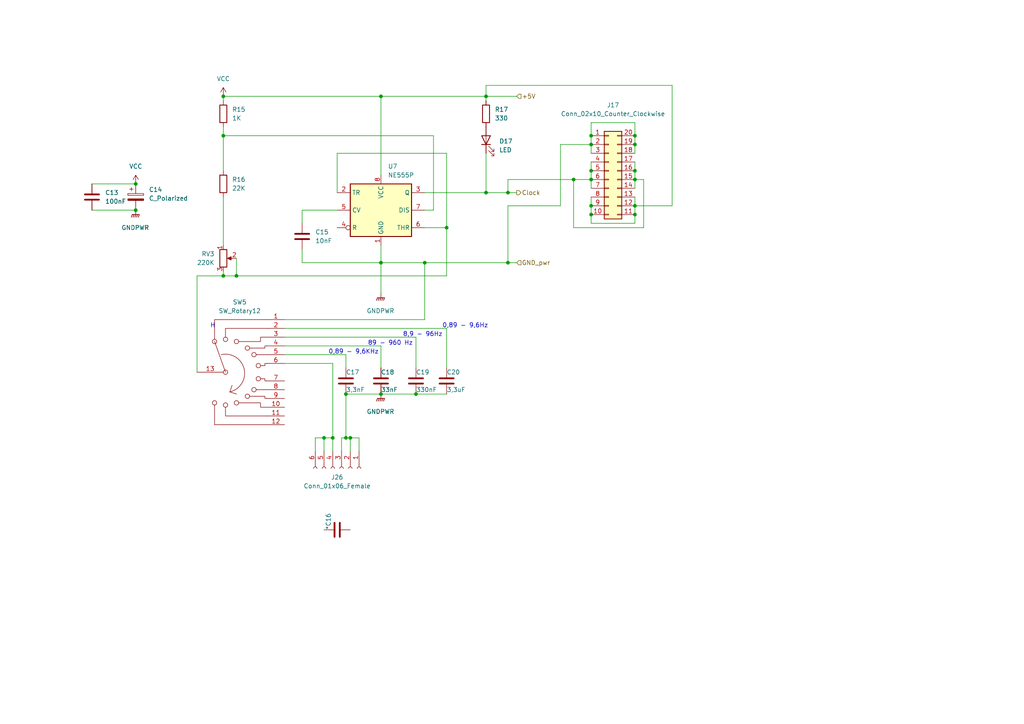
<source format=kicad_sch>
(kicad_sch (version 20211123) (generator eeschema)

  (uuid 99b80ea7-4cd3-4e5e-a574-9ef54c8774d5)

  (paper "A4")

  (lib_symbols
    (symbol "Connector:Conn_01x06_Female" (pin_names (offset 1.016) hide) (in_bom yes) (on_board yes)
      (property "Reference" "J" (id 0) (at 0 7.62 0)
        (effects (font (size 1.27 1.27)))
      )
      (property "Value" "Conn_01x06_Female" (id 1) (at 0 -10.16 0)
        (effects (font (size 1.27 1.27)))
      )
      (property "Footprint" "" (id 2) (at 0 0 0)
        (effects (font (size 1.27 1.27)) hide)
      )
      (property "Datasheet" "~" (id 3) (at 0 0 0)
        (effects (font (size 1.27 1.27)) hide)
      )
      (property "ki_keywords" "connector" (id 4) (at 0 0 0)
        (effects (font (size 1.27 1.27)) hide)
      )
      (property "ki_description" "Generic connector, single row, 01x06, script generated (kicad-library-utils/schlib/autogen/connector/)" (id 5) (at 0 0 0)
        (effects (font (size 1.27 1.27)) hide)
      )
      (property "ki_fp_filters" "Connector*:*_1x??_*" (id 6) (at 0 0 0)
        (effects (font (size 1.27 1.27)) hide)
      )
      (symbol "Conn_01x06_Female_1_1"
        (arc (start 0 -7.112) (mid -0.508 -7.62) (end 0 -8.128)
          (stroke (width 0.1524) (type default) (color 0 0 0 0))
          (fill (type none))
        )
        (arc (start 0 -4.572) (mid -0.508 -5.08) (end 0 -5.588)
          (stroke (width 0.1524) (type default) (color 0 0 0 0))
          (fill (type none))
        )
        (arc (start 0 -2.032) (mid -0.508 -2.54) (end 0 -3.048)
          (stroke (width 0.1524) (type default) (color 0 0 0 0))
          (fill (type none))
        )
        (polyline
          (pts
            (xy -1.27 -7.62)
            (xy -0.508 -7.62)
          )
          (stroke (width 0.1524) (type default) (color 0 0 0 0))
          (fill (type none))
        )
        (polyline
          (pts
            (xy -1.27 -5.08)
            (xy -0.508 -5.08)
          )
          (stroke (width 0.1524) (type default) (color 0 0 0 0))
          (fill (type none))
        )
        (polyline
          (pts
            (xy -1.27 -2.54)
            (xy -0.508 -2.54)
          )
          (stroke (width 0.1524) (type default) (color 0 0 0 0))
          (fill (type none))
        )
        (polyline
          (pts
            (xy -1.27 0)
            (xy -0.508 0)
          )
          (stroke (width 0.1524) (type default) (color 0 0 0 0))
          (fill (type none))
        )
        (polyline
          (pts
            (xy -1.27 2.54)
            (xy -0.508 2.54)
          )
          (stroke (width 0.1524) (type default) (color 0 0 0 0))
          (fill (type none))
        )
        (polyline
          (pts
            (xy -1.27 5.08)
            (xy -0.508 5.08)
          )
          (stroke (width 0.1524) (type default) (color 0 0 0 0))
          (fill (type none))
        )
        (arc (start 0 0.508) (mid -0.508 0) (end 0 -0.508)
          (stroke (width 0.1524) (type default) (color 0 0 0 0))
          (fill (type none))
        )
        (arc (start 0 3.048) (mid -0.508 2.54) (end 0 2.032)
          (stroke (width 0.1524) (type default) (color 0 0 0 0))
          (fill (type none))
        )
        (arc (start 0 5.588) (mid -0.508 5.08) (end 0 4.572)
          (stroke (width 0.1524) (type default) (color 0 0 0 0))
          (fill (type none))
        )
        (pin passive line (at -5.08 5.08 0) (length 3.81)
          (name "Pin_1" (effects (font (size 1.27 1.27))))
          (number "1" (effects (font (size 1.27 1.27))))
        )
        (pin passive line (at -5.08 2.54 0) (length 3.81)
          (name "Pin_2" (effects (font (size 1.27 1.27))))
          (number "2" (effects (font (size 1.27 1.27))))
        )
        (pin passive line (at -5.08 0 0) (length 3.81)
          (name "Pin_3" (effects (font (size 1.27 1.27))))
          (number "3" (effects (font (size 1.27 1.27))))
        )
        (pin passive line (at -5.08 -2.54 0) (length 3.81)
          (name "Pin_4" (effects (font (size 1.27 1.27))))
          (number "4" (effects (font (size 1.27 1.27))))
        )
        (pin passive line (at -5.08 -5.08 0) (length 3.81)
          (name "Pin_5" (effects (font (size 1.27 1.27))))
          (number "5" (effects (font (size 1.27 1.27))))
        )
        (pin passive line (at -5.08 -7.62 0) (length 3.81)
          (name "Pin_6" (effects (font (size 1.27 1.27))))
          (number "6" (effects (font (size 1.27 1.27))))
        )
      )
    )
    (symbol "Connector_Generic:Conn_02x10_Counter_Clockwise" (pin_names (offset 1.016) hide) (in_bom yes) (on_board yes)
      (property "Reference" "J" (id 0) (at 1.27 12.7 0)
        (effects (font (size 1.27 1.27)))
      )
      (property "Value" "Conn_02x10_Counter_Clockwise" (id 1) (at 1.27 -15.24 0)
        (effects (font (size 1.27 1.27)))
      )
      (property "Footprint" "" (id 2) (at 0 0 0)
        (effects (font (size 1.27 1.27)) hide)
      )
      (property "Datasheet" "~" (id 3) (at 0 0 0)
        (effects (font (size 1.27 1.27)) hide)
      )
      (property "ki_keywords" "connector" (id 4) (at 0 0 0)
        (effects (font (size 1.27 1.27)) hide)
      )
      (property "ki_description" "Generic connector, double row, 02x10, counter clockwise pin numbering scheme (similar to DIP package numbering), script generated (kicad-library-utils/schlib/autogen/connector/)" (id 5) (at 0 0 0)
        (effects (font (size 1.27 1.27)) hide)
      )
      (property "ki_fp_filters" "Connector*:*_2x??_*" (id 6) (at 0 0 0)
        (effects (font (size 1.27 1.27)) hide)
      )
      (symbol "Conn_02x10_Counter_Clockwise_1_1"
        (rectangle (start -1.27 -12.573) (end 0 -12.827)
          (stroke (width 0.1524) (type default) (color 0 0 0 0))
          (fill (type none))
        )
        (rectangle (start -1.27 -10.033) (end 0 -10.287)
          (stroke (width 0.1524) (type default) (color 0 0 0 0))
          (fill (type none))
        )
        (rectangle (start -1.27 -7.493) (end 0 -7.747)
          (stroke (width 0.1524) (type default) (color 0 0 0 0))
          (fill (type none))
        )
        (rectangle (start -1.27 -4.953) (end 0 -5.207)
          (stroke (width 0.1524) (type default) (color 0 0 0 0))
          (fill (type none))
        )
        (rectangle (start -1.27 -2.413) (end 0 -2.667)
          (stroke (width 0.1524) (type default) (color 0 0 0 0))
          (fill (type none))
        )
        (rectangle (start -1.27 0.127) (end 0 -0.127)
          (stroke (width 0.1524) (type default) (color 0 0 0 0))
          (fill (type none))
        )
        (rectangle (start -1.27 2.667) (end 0 2.413)
          (stroke (width 0.1524) (type default) (color 0 0 0 0))
          (fill (type none))
        )
        (rectangle (start -1.27 5.207) (end 0 4.953)
          (stroke (width 0.1524) (type default) (color 0 0 0 0))
          (fill (type none))
        )
        (rectangle (start -1.27 7.747) (end 0 7.493)
          (stroke (width 0.1524) (type default) (color 0 0 0 0))
          (fill (type none))
        )
        (rectangle (start -1.27 10.287) (end 0 10.033)
          (stroke (width 0.1524) (type default) (color 0 0 0 0))
          (fill (type none))
        )
        (rectangle (start -1.27 11.43) (end 3.81 -13.97)
          (stroke (width 0.254) (type default) (color 0 0 0 0))
          (fill (type background))
        )
        (rectangle (start 3.81 -12.573) (end 2.54 -12.827)
          (stroke (width 0.1524) (type default) (color 0 0 0 0))
          (fill (type none))
        )
        (rectangle (start 3.81 -10.033) (end 2.54 -10.287)
          (stroke (width 0.1524) (type default) (color 0 0 0 0))
          (fill (type none))
        )
        (rectangle (start 3.81 -7.493) (end 2.54 -7.747)
          (stroke (width 0.1524) (type default) (color 0 0 0 0))
          (fill (type none))
        )
        (rectangle (start 3.81 -4.953) (end 2.54 -5.207)
          (stroke (width 0.1524) (type default) (color 0 0 0 0))
          (fill (type none))
        )
        (rectangle (start 3.81 -2.413) (end 2.54 -2.667)
          (stroke (width 0.1524) (type default) (color 0 0 0 0))
          (fill (type none))
        )
        (rectangle (start 3.81 0.127) (end 2.54 -0.127)
          (stroke (width 0.1524) (type default) (color 0 0 0 0))
          (fill (type none))
        )
        (rectangle (start 3.81 2.667) (end 2.54 2.413)
          (stroke (width 0.1524) (type default) (color 0 0 0 0))
          (fill (type none))
        )
        (rectangle (start 3.81 5.207) (end 2.54 4.953)
          (stroke (width 0.1524) (type default) (color 0 0 0 0))
          (fill (type none))
        )
        (rectangle (start 3.81 7.747) (end 2.54 7.493)
          (stroke (width 0.1524) (type default) (color 0 0 0 0))
          (fill (type none))
        )
        (rectangle (start 3.81 10.287) (end 2.54 10.033)
          (stroke (width 0.1524) (type default) (color 0 0 0 0))
          (fill (type none))
        )
        (pin passive line (at -5.08 10.16 0) (length 3.81)
          (name "Pin_1" (effects (font (size 1.27 1.27))))
          (number "1" (effects (font (size 1.27 1.27))))
        )
        (pin passive line (at -5.08 -12.7 0) (length 3.81)
          (name "Pin_10" (effects (font (size 1.27 1.27))))
          (number "10" (effects (font (size 1.27 1.27))))
        )
        (pin passive line (at 7.62 -12.7 180) (length 3.81)
          (name "Pin_11" (effects (font (size 1.27 1.27))))
          (number "11" (effects (font (size 1.27 1.27))))
        )
        (pin passive line (at 7.62 -10.16 180) (length 3.81)
          (name "Pin_12" (effects (font (size 1.27 1.27))))
          (number "12" (effects (font (size 1.27 1.27))))
        )
        (pin passive line (at 7.62 -7.62 180) (length 3.81)
          (name "Pin_13" (effects (font (size 1.27 1.27))))
          (number "13" (effects (font (size 1.27 1.27))))
        )
        (pin passive line (at 7.62 -5.08 180) (length 3.81)
          (name "Pin_14" (effects (font (size 1.27 1.27))))
          (number "14" (effects (font (size 1.27 1.27))))
        )
        (pin passive line (at 7.62 -2.54 180) (length 3.81)
          (name "Pin_15" (effects (font (size 1.27 1.27))))
          (number "15" (effects (font (size 1.27 1.27))))
        )
        (pin passive line (at 7.62 0 180) (length 3.81)
          (name "Pin_16" (effects (font (size 1.27 1.27))))
          (number "16" (effects (font (size 1.27 1.27))))
        )
        (pin passive line (at 7.62 2.54 180) (length 3.81)
          (name "Pin_17" (effects (font (size 1.27 1.27))))
          (number "17" (effects (font (size 1.27 1.27))))
        )
        (pin passive line (at 7.62 5.08 180) (length 3.81)
          (name "Pin_18" (effects (font (size 1.27 1.27))))
          (number "18" (effects (font (size 1.27 1.27))))
        )
        (pin passive line (at 7.62 7.62 180) (length 3.81)
          (name "Pin_19" (effects (font (size 1.27 1.27))))
          (number "19" (effects (font (size 1.27 1.27))))
        )
        (pin passive line (at -5.08 7.62 0) (length 3.81)
          (name "Pin_2" (effects (font (size 1.27 1.27))))
          (number "2" (effects (font (size 1.27 1.27))))
        )
        (pin passive line (at 7.62 10.16 180) (length 3.81)
          (name "Pin_20" (effects (font (size 1.27 1.27))))
          (number "20" (effects (font (size 1.27 1.27))))
        )
        (pin passive line (at -5.08 5.08 0) (length 3.81)
          (name "Pin_3" (effects (font (size 1.27 1.27))))
          (number "3" (effects (font (size 1.27 1.27))))
        )
        (pin passive line (at -5.08 2.54 0) (length 3.81)
          (name "Pin_4" (effects (font (size 1.27 1.27))))
          (number "4" (effects (font (size 1.27 1.27))))
        )
        (pin passive line (at -5.08 0 0) (length 3.81)
          (name "Pin_5" (effects (font (size 1.27 1.27))))
          (number "5" (effects (font (size 1.27 1.27))))
        )
        (pin passive line (at -5.08 -2.54 0) (length 3.81)
          (name "Pin_6" (effects (font (size 1.27 1.27))))
          (number "6" (effects (font (size 1.27 1.27))))
        )
        (pin passive line (at -5.08 -5.08 0) (length 3.81)
          (name "Pin_7" (effects (font (size 1.27 1.27))))
          (number "7" (effects (font (size 1.27 1.27))))
        )
        (pin passive line (at -5.08 -7.62 0) (length 3.81)
          (name "Pin_8" (effects (font (size 1.27 1.27))))
          (number "8" (effects (font (size 1.27 1.27))))
        )
        (pin passive line (at -5.08 -10.16 0) (length 3.81)
          (name "Pin_9" (effects (font (size 1.27 1.27))))
          (number "9" (effects (font (size 1.27 1.27))))
        )
      )
    )
    (symbol "Device:C" (pin_numbers hide) (pin_names (offset 0.254)) (in_bom yes) (on_board yes)
      (property "Reference" "C" (id 0) (at 0.635 2.54 0)
        (effects (font (size 1.27 1.27)) (justify left))
      )
      (property "Value" "C" (id 1) (at 0.635 -2.54 0)
        (effects (font (size 1.27 1.27)) (justify left))
      )
      (property "Footprint" "" (id 2) (at 0.9652 -3.81 0)
        (effects (font (size 1.27 1.27)) hide)
      )
      (property "Datasheet" "~" (id 3) (at 0 0 0)
        (effects (font (size 1.27 1.27)) hide)
      )
      (property "ki_keywords" "cap capacitor" (id 4) (at 0 0 0)
        (effects (font (size 1.27 1.27)) hide)
      )
      (property "ki_description" "Unpolarized capacitor" (id 5) (at 0 0 0)
        (effects (font (size 1.27 1.27)) hide)
      )
      (property "ki_fp_filters" "C_*" (id 6) (at 0 0 0)
        (effects (font (size 1.27 1.27)) hide)
      )
      (symbol "C_0_1"
        (polyline
          (pts
            (xy -2.032 -0.762)
            (xy 2.032 -0.762)
          )
          (stroke (width 0.508) (type default) (color 0 0 0 0))
          (fill (type none))
        )
        (polyline
          (pts
            (xy -2.032 0.762)
            (xy 2.032 0.762)
          )
          (stroke (width 0.508) (type default) (color 0 0 0 0))
          (fill (type none))
        )
      )
      (symbol "C_1_1"
        (pin passive line (at 0 3.81 270) (length 2.794)
          (name "~" (effects (font (size 1.27 1.27))))
          (number "1" (effects (font (size 1.27 1.27))))
        )
        (pin passive line (at 0 -3.81 90) (length 2.794)
          (name "~" (effects (font (size 1.27 1.27))))
          (number "2" (effects (font (size 1.27 1.27))))
        )
      )
    )
    (symbol "Device:C_Polarized" (pin_numbers hide) (pin_names (offset 0.254)) (in_bom yes) (on_board yes)
      (property "Reference" "C" (id 0) (at 0.635 2.54 0)
        (effects (font (size 1.27 1.27)) (justify left))
      )
      (property "Value" "C_Polarized" (id 1) (at 0.635 -2.54 0)
        (effects (font (size 1.27 1.27)) (justify left))
      )
      (property "Footprint" "" (id 2) (at 0.9652 -3.81 0)
        (effects (font (size 1.27 1.27)) hide)
      )
      (property "Datasheet" "~" (id 3) (at 0 0 0)
        (effects (font (size 1.27 1.27)) hide)
      )
      (property "ki_keywords" "cap capacitor" (id 4) (at 0 0 0)
        (effects (font (size 1.27 1.27)) hide)
      )
      (property "ki_description" "Polarized capacitor" (id 5) (at 0 0 0)
        (effects (font (size 1.27 1.27)) hide)
      )
      (property "ki_fp_filters" "CP_*" (id 6) (at 0 0 0)
        (effects (font (size 1.27 1.27)) hide)
      )
      (symbol "C_Polarized_0_1"
        (rectangle (start -2.286 0.508) (end 2.286 1.016)
          (stroke (width 0) (type default) (color 0 0 0 0))
          (fill (type none))
        )
        (polyline
          (pts
            (xy -1.778 2.286)
            (xy -0.762 2.286)
          )
          (stroke (width 0) (type default) (color 0 0 0 0))
          (fill (type none))
        )
        (polyline
          (pts
            (xy -1.27 2.794)
            (xy -1.27 1.778)
          )
          (stroke (width 0) (type default) (color 0 0 0 0))
          (fill (type none))
        )
        (rectangle (start 2.286 -0.508) (end -2.286 -1.016)
          (stroke (width 0) (type default) (color 0 0 0 0))
          (fill (type outline))
        )
      )
      (symbol "C_Polarized_1_1"
        (pin passive line (at 0 3.81 270) (length 2.794)
          (name "~" (effects (font (size 1.27 1.27))))
          (number "1" (effects (font (size 1.27 1.27))))
        )
        (pin passive line (at 0 -3.81 90) (length 2.794)
          (name "~" (effects (font (size 1.27 1.27))))
          (number "2" (effects (font (size 1.27 1.27))))
        )
      )
    )
    (symbol "Device:LED" (pin_numbers hide) (pin_names (offset 1.016) hide) (in_bom yes) (on_board yes)
      (property "Reference" "D" (id 0) (at 0 2.54 0)
        (effects (font (size 1.27 1.27)))
      )
      (property "Value" "LED" (id 1) (at 0 -2.54 0)
        (effects (font (size 1.27 1.27)))
      )
      (property "Footprint" "" (id 2) (at 0 0 0)
        (effects (font (size 1.27 1.27)) hide)
      )
      (property "Datasheet" "~" (id 3) (at 0 0 0)
        (effects (font (size 1.27 1.27)) hide)
      )
      (property "ki_keywords" "LED diode" (id 4) (at 0 0 0)
        (effects (font (size 1.27 1.27)) hide)
      )
      (property "ki_description" "Light emitting diode" (id 5) (at 0 0 0)
        (effects (font (size 1.27 1.27)) hide)
      )
      (property "ki_fp_filters" "LED* LED_SMD:* LED_THT:*" (id 6) (at 0 0 0)
        (effects (font (size 1.27 1.27)) hide)
      )
      (symbol "LED_0_1"
        (polyline
          (pts
            (xy -1.27 -1.27)
            (xy -1.27 1.27)
          )
          (stroke (width 0.254) (type default) (color 0 0 0 0))
          (fill (type none))
        )
        (polyline
          (pts
            (xy -1.27 0)
            (xy 1.27 0)
          )
          (stroke (width 0) (type default) (color 0 0 0 0))
          (fill (type none))
        )
        (polyline
          (pts
            (xy 1.27 -1.27)
            (xy 1.27 1.27)
            (xy -1.27 0)
            (xy 1.27 -1.27)
          )
          (stroke (width 0.254) (type default) (color 0 0 0 0))
          (fill (type none))
        )
        (polyline
          (pts
            (xy -3.048 -0.762)
            (xy -4.572 -2.286)
            (xy -3.81 -2.286)
            (xy -4.572 -2.286)
            (xy -4.572 -1.524)
          )
          (stroke (width 0) (type default) (color 0 0 0 0))
          (fill (type none))
        )
        (polyline
          (pts
            (xy -1.778 -0.762)
            (xy -3.302 -2.286)
            (xy -2.54 -2.286)
            (xy -3.302 -2.286)
            (xy -3.302 -1.524)
          )
          (stroke (width 0) (type default) (color 0 0 0 0))
          (fill (type none))
        )
      )
      (symbol "LED_1_1"
        (pin passive line (at -3.81 0 0) (length 2.54)
          (name "K" (effects (font (size 1.27 1.27))))
          (number "1" (effects (font (size 1.27 1.27))))
        )
        (pin passive line (at 3.81 0 180) (length 2.54)
          (name "A" (effects (font (size 1.27 1.27))))
          (number "2" (effects (font (size 1.27 1.27))))
        )
      )
    )
    (symbol "Device:R" (pin_numbers hide) (pin_names (offset 0)) (in_bom yes) (on_board yes)
      (property "Reference" "R" (id 0) (at 2.032 0 90)
        (effects (font (size 1.27 1.27)))
      )
      (property "Value" "R" (id 1) (at 0 0 90)
        (effects (font (size 1.27 1.27)))
      )
      (property "Footprint" "" (id 2) (at -1.778 0 90)
        (effects (font (size 1.27 1.27)) hide)
      )
      (property "Datasheet" "~" (id 3) (at 0 0 0)
        (effects (font (size 1.27 1.27)) hide)
      )
      (property "ki_keywords" "R res resistor" (id 4) (at 0 0 0)
        (effects (font (size 1.27 1.27)) hide)
      )
      (property "ki_description" "Resistor" (id 5) (at 0 0 0)
        (effects (font (size 1.27 1.27)) hide)
      )
      (property "ki_fp_filters" "R_*" (id 6) (at 0 0 0)
        (effects (font (size 1.27 1.27)) hide)
      )
      (symbol "R_0_1"
        (rectangle (start -1.016 -2.54) (end 1.016 2.54)
          (stroke (width 0.254) (type default) (color 0 0 0 0))
          (fill (type none))
        )
      )
      (symbol "R_1_1"
        (pin passive line (at 0 3.81 270) (length 1.27)
          (name "~" (effects (font (size 1.27 1.27))))
          (number "1" (effects (font (size 1.27 1.27))))
        )
        (pin passive line (at 0 -3.81 90) (length 1.27)
          (name "~" (effects (font (size 1.27 1.27))))
          (number "2" (effects (font (size 1.27 1.27))))
        )
      )
    )
    (symbol "Device:R_Potentiometer" (pin_names (offset 1.016) hide) (in_bom yes) (on_board yes)
      (property "Reference" "RV" (id 0) (at -4.445 0 90)
        (effects (font (size 1.27 1.27)))
      )
      (property "Value" "R_Potentiometer" (id 1) (at -2.54 0 90)
        (effects (font (size 1.27 1.27)))
      )
      (property "Footprint" "" (id 2) (at 0 0 0)
        (effects (font (size 1.27 1.27)) hide)
      )
      (property "Datasheet" "~" (id 3) (at 0 0 0)
        (effects (font (size 1.27 1.27)) hide)
      )
      (property "ki_keywords" "resistor variable" (id 4) (at 0 0 0)
        (effects (font (size 1.27 1.27)) hide)
      )
      (property "ki_description" "Potentiometer" (id 5) (at 0 0 0)
        (effects (font (size 1.27 1.27)) hide)
      )
      (property "ki_fp_filters" "Potentiometer*" (id 6) (at 0 0 0)
        (effects (font (size 1.27 1.27)) hide)
      )
      (symbol "R_Potentiometer_0_1"
        (polyline
          (pts
            (xy 2.54 0)
            (xy 1.524 0)
          )
          (stroke (width 0) (type default) (color 0 0 0 0))
          (fill (type none))
        )
        (polyline
          (pts
            (xy 1.143 0)
            (xy 2.286 0.508)
            (xy 2.286 -0.508)
            (xy 1.143 0)
          )
          (stroke (width 0) (type default) (color 0 0 0 0))
          (fill (type outline))
        )
        (rectangle (start 1.016 2.54) (end -1.016 -2.54)
          (stroke (width 0.254) (type default) (color 0 0 0 0))
          (fill (type none))
        )
      )
      (symbol "R_Potentiometer_1_1"
        (pin passive line (at 0 3.81 270) (length 1.27)
          (name "1" (effects (font (size 1.27 1.27))))
          (number "1" (effects (font (size 1.27 1.27))))
        )
        (pin passive line (at 3.81 0 180) (length 1.27)
          (name "2" (effects (font (size 1.27 1.27))))
          (number "2" (effects (font (size 1.27 1.27))))
        )
        (pin passive line (at 0 -3.81 90) (length 1.27)
          (name "3" (effects (font (size 1.27 1.27))))
          (number "3" (effects (font (size 1.27 1.27))))
        )
      )
    )
    (symbol "Switch:SW_Rotary12" (pin_names (offset 1.016) hide) (in_bom yes) (on_board yes)
      (property "Reference" "SW" (id 0) (at 0 17.78 0)
        (effects (font (size 1.27 1.27)))
      )
      (property "Value" "SW_Rotary12" (id 1) (at 0 -17.78 0)
        (effects (font (size 1.27 1.27)))
      )
      (property "Footprint" "" (id 2) (at -5.08 17.78 0)
        (effects (font (size 1.27 1.27)) hide)
      )
      (property "Datasheet" "http://cdn-reichelt.de/documents/datenblatt/C200/DS-Serie%23LOR.pdf" (id 3) (at -5.08 17.78 0)
        (effects (font (size 1.27 1.27)) hide)
      )
      (property "ki_keywords" "rotary switch" (id 4) (at 0 0 0)
        (effects (font (size 1.27 1.27)) hide)
      )
      (property "ki_description" "rotary switch with 12 positions" (id 5) (at 0 0 0)
        (effects (font (size 1.27 1.27)) hide)
      )
      (symbol "SW_Rotary12_0_0"
        (circle (center -10.16 -8.89) (radius 0.635)
          (stroke (width 0) (type default) (color 0 0 0 0))
          (fill (type none))
        )
        (circle (center -10.16 8.89) (radius 0.635)
          (stroke (width 0) (type default) (color 0 0 0 0))
          (fill (type none))
        )
        (circle (center -6.985 -9.525) (radius 0.635)
          (stroke (width 0) (type default) (color 0 0 0 0))
          (fill (type none))
        )
        (circle (center -6.985 0) (radius 0.635)
          (stroke (width 0) (type default) (color 0 0 0 0))
          (fill (type none))
        )
        (circle (center -6.985 9.525) (radius 0.635)
          (stroke (width 0) (type default) (color 0 0 0 0))
          (fill (type none))
        )
        (arc (start -5.715 -5.715) (mid -1.5995 0.937) (end -8.255 5.08)
          (stroke (width 0) (type default) (color 0 0 0 0))
          (fill (type none))
        )
        (circle (center -3.81 -8.89) (radius 0.635)
          (stroke (width 0) (type default) (color 0 0 0 0))
          (fill (type none))
        )
        (circle (center -3.81 8.89) (radius 0.635)
          (stroke (width 0) (type default) (color 0 0 0 0))
          (fill (type none))
        )
        (circle (center -0.635 -6.985) (radius 0.635)
          (stroke (width 0) (type default) (color 0 0 0 0))
          (fill (type none))
        )
        (circle (center -0.635 6.985) (radius 0.635)
          (stroke (width 0) (type default) (color 0 0 0 0))
          (fill (type none))
        )
        (polyline
          (pts
            (xy -6.985 0)
            (xy -10.16 8.89)
          )
          (stroke (width 0) (type default) (color 0 0 0 0))
          (fill (type none))
        )
        (polyline
          (pts
            (xy -5.715 -5.715)
            (xy -5.08 -3.81)
          )
          (stroke (width 0) (type default) (color 0 0 0 0))
          (fill (type none))
        )
        (polyline
          (pts
            (xy -5.715 -5.715)
            (xy -3.81 -6.35)
          )
          (stroke (width 0) (type default) (color 0 0 0 0))
          (fill (type none))
        )
        (polyline
          (pts
            (xy 1.905 -5.08)
            (xy 5.08 -5.08)
          )
          (stroke (width 0) (type default) (color 0 0 0 0))
          (fill (type none))
        )
        (polyline
          (pts
            (xy 1.905 5.08)
            (xy 5.08 5.08)
          )
          (stroke (width 0) (type default) (color 0 0 0 0))
          (fill (type none))
        )
        (polyline
          (pts
            (xy -10.16 -9.525)
            (xy -10.16 -15.24)
            (xy 5.08 -15.24)
          )
          (stroke (width 0) (type default) (color 0 0 0 0))
          (fill (type none))
        )
        (polyline
          (pts
            (xy -10.16 9.525)
            (xy -10.16 15.24)
            (xy 5.08 15.24)
          )
          (stroke (width 0) (type default) (color 0 0 0 0))
          (fill (type none))
        )
        (polyline
          (pts
            (xy -6.985 -10.16)
            (xy -6.985 -12.7)
            (xy 5.08 -12.7)
          )
          (stroke (width 0) (type default) (color 0 0 0 0))
          (fill (type none))
        )
        (polyline
          (pts
            (xy -6.985 10.16)
            (xy -6.985 12.7)
            (xy 5.08 12.7)
          )
          (stroke (width 0) (type default) (color 0 0 0 0))
          (fill (type none))
        )
        (polyline
          (pts
            (xy -3.175 -8.89)
            (xy 3.175 -8.89)
            (xy 3.175 -10.16)
            (xy 5.08 -10.16)
          )
          (stroke (width 0) (type default) (color 0 0 0 0))
          (fill (type none))
        )
        (polyline
          (pts
            (xy -3.175 8.89)
            (xy 3.175 8.89)
            (xy 3.175 10.16)
            (xy 5.08 10.16)
          )
          (stroke (width 0) (type default) (color 0 0 0 0))
          (fill (type none))
        )
        (polyline
          (pts
            (xy 0 -6.985)
            (xy 4.445 -6.985)
            (xy 4.445 -7.62)
            (xy 5.08 -7.62)
          )
          (stroke (width 0) (type default) (color 0 0 0 0))
          (fill (type none))
        )
        (polyline
          (pts
            (xy 0 6.985)
            (xy 4.445 6.985)
            (xy 4.445 7.62)
            (xy 5.08 7.62)
          )
          (stroke (width 0) (type default) (color 0 0 0 0))
          (fill (type none))
        )
        (polyline
          (pts
            (xy 3.175 -1.905)
            (xy 4.445 -1.905)
            (xy 4.445 -2.54)
            (xy 5.08 -2.54)
          )
          (stroke (width 0) (type default) (color 0 0 0 0))
          (fill (type none))
        )
        (polyline
          (pts
            (xy 3.175 1.905)
            (xy 4.445 1.905)
            (xy 4.445 2.54)
            (xy 5.08 2.54)
          )
          (stroke (width 0) (type default) (color 0 0 0 0))
          (fill (type none))
        )
        (circle (center 1.27 -5.08) (radius 0.635)
          (stroke (width 0) (type default) (color 0 0 0 0))
          (fill (type none))
        )
        (circle (center 1.27 5.08) (radius 0.635)
          (stroke (width 0) (type default) (color 0 0 0 0))
          (fill (type none))
        )
        (circle (center 2.54 -1.905) (radius 0.635)
          (stroke (width 0) (type default) (color 0 0 0 0))
          (fill (type none))
        )
        (circle (center 2.54 1.905) (radius 0.635)
          (stroke (width 0) (type default) (color 0 0 0 0))
          (fill (type none))
        )
      )
      (symbol "SW_Rotary12_0_1"
        (pin passive line (at 10.16 15.24 180) (length 5.08)
          (name "1" (effects (font (size 1.27 1.27))))
          (number "1" (effects (font (size 1.27 1.27))))
        )
        (pin passive line (at 10.16 -10.16 180) (length 5.08)
          (name "10" (effects (font (size 1.27 1.27))))
          (number "10" (effects (font (size 1.27 1.27))))
        )
        (pin passive line (at 10.16 -12.7 180) (length 5.08)
          (name "11" (effects (font (size 1.27 1.27))))
          (number "11" (effects (font (size 1.27 1.27))))
        )
        (pin passive line (at 10.16 -15.24 180) (length 5.08)
          (name "12" (effects (font (size 1.27 1.27))))
          (number "12" (effects (font (size 1.27 1.27))))
        )
        (pin passive line (at -15.24 0 0) (length 7.62)
          (name "13" (effects (font (size 1.27 1.27))))
          (number "13" (effects (font (size 1.27 1.27))))
        )
        (pin passive line (at 10.16 12.7 180) (length 5.08)
          (name "2" (effects (font (size 1.27 1.27))))
          (number "2" (effects (font (size 1.27 1.27))))
        )
        (pin passive line (at 10.16 10.16 180) (length 5.08)
          (name "3" (effects (font (size 1.27 1.27))))
          (number "3" (effects (font (size 1.27 1.27))))
        )
        (pin passive line (at 10.16 7.62 180) (length 5.08)
          (name "4" (effects (font (size 1.27 1.27))))
          (number "4" (effects (font (size 1.27 1.27))))
        )
        (pin passive line (at 10.16 5.08 180) (length 5.08)
          (name "5" (effects (font (size 1.27 1.27))))
          (number "5" (effects (font (size 1.27 1.27))))
        )
        (pin passive line (at 10.16 2.54 180) (length 5.08)
          (name "6" (effects (font (size 1.27 1.27))))
          (number "6" (effects (font (size 1.27 1.27))))
        )
        (pin passive line (at 10.16 -2.54 180) (length 5.08)
          (name "7" (effects (font (size 1.27 1.27))))
          (number "7" (effects (font (size 1.27 1.27))))
        )
        (pin passive line (at 10.16 -5.08 180) (length 5.08)
          (name "8" (effects (font (size 1.27 1.27))))
          (number "8" (effects (font (size 1.27 1.27))))
        )
        (pin passive line (at 10.16 -7.62 180) (length 5.08)
          (name "9" (effects (font (size 1.27 1.27))))
          (number "9" (effects (font (size 1.27 1.27))))
        )
      )
    )
    (symbol "Timer:NE555P" (in_bom yes) (on_board yes)
      (property "Reference" "U" (id 0) (at -10.16 8.89 0)
        (effects (font (size 1.27 1.27)) (justify left))
      )
      (property "Value" "NE555P" (id 1) (at 2.54 8.89 0)
        (effects (font (size 1.27 1.27)) (justify left))
      )
      (property "Footprint" "Package_DIP:DIP-8_W7.62mm" (id 2) (at 16.51 -10.16 0)
        (effects (font (size 1.27 1.27)) hide)
      )
      (property "Datasheet" "http://www.ti.com/lit/ds/symlink/ne555.pdf" (id 3) (at 21.59 -10.16 0)
        (effects (font (size 1.27 1.27)) hide)
      )
      (property "ki_keywords" "single timer 555" (id 4) (at 0 0 0)
        (effects (font (size 1.27 1.27)) hide)
      )
      (property "ki_description" "Precision Timers, 555 compatible,  PDIP-8" (id 5) (at 0 0 0)
        (effects (font (size 1.27 1.27)) hide)
      )
      (property "ki_fp_filters" "DIP*W7.62mm*" (id 6) (at 0 0 0)
        (effects (font (size 1.27 1.27)) hide)
      )
      (symbol "NE555P_0_0"
        (pin power_in line (at 0 -10.16 90) (length 2.54)
          (name "GND" (effects (font (size 1.27 1.27))))
          (number "1" (effects (font (size 1.27 1.27))))
        )
        (pin power_in line (at 0 10.16 270) (length 2.54)
          (name "VCC" (effects (font (size 1.27 1.27))))
          (number "8" (effects (font (size 1.27 1.27))))
        )
      )
      (symbol "NE555P_0_1"
        (rectangle (start -8.89 -7.62) (end 8.89 7.62)
          (stroke (width 0.254) (type default) (color 0 0 0 0))
          (fill (type background))
        )
        (rectangle (start -8.89 -7.62) (end 8.89 7.62)
          (stroke (width 0.254) (type default) (color 0 0 0 0))
          (fill (type background))
        )
      )
      (symbol "NE555P_1_1"
        (pin input line (at -12.7 5.08 0) (length 3.81)
          (name "TR" (effects (font (size 1.27 1.27))))
          (number "2" (effects (font (size 1.27 1.27))))
        )
        (pin output line (at 12.7 5.08 180) (length 3.81)
          (name "Q" (effects (font (size 1.27 1.27))))
          (number "3" (effects (font (size 1.27 1.27))))
        )
        (pin input inverted (at -12.7 -5.08 0) (length 3.81)
          (name "R" (effects (font (size 1.27 1.27))))
          (number "4" (effects (font (size 1.27 1.27))))
        )
        (pin input line (at -12.7 0 0) (length 3.81)
          (name "CV" (effects (font (size 1.27 1.27))))
          (number "5" (effects (font (size 1.27 1.27))))
        )
        (pin input line (at 12.7 -5.08 180) (length 3.81)
          (name "THR" (effects (font (size 1.27 1.27))))
          (number "6" (effects (font (size 1.27 1.27))))
        )
        (pin input line (at 12.7 0 180) (length 3.81)
          (name "DIS" (effects (font (size 1.27 1.27))))
          (number "7" (effects (font (size 1.27 1.27))))
        )
      )
    )
    (symbol "power:GNDPWR" (power) (pin_names (offset 0)) (in_bom yes) (on_board yes)
      (property "Reference" "#PWR" (id 0) (at 0 -5.08 0)
        (effects (font (size 1.27 1.27)) hide)
      )
      (property "Value" "GNDPWR" (id 1) (at 0 -3.302 0)
        (effects (font (size 1.27 1.27)))
      )
      (property "Footprint" "" (id 2) (at 0 -1.27 0)
        (effects (font (size 1.27 1.27)) hide)
      )
      (property "Datasheet" "" (id 3) (at 0 -1.27 0)
        (effects (font (size 1.27 1.27)) hide)
      )
      (property "ki_keywords" "global ground" (id 4) (at 0 0 0)
        (effects (font (size 1.27 1.27)) hide)
      )
      (property "ki_description" "Power symbol creates a global label with name \"GNDPWR\" , global ground" (id 5) (at 0 0 0)
        (effects (font (size 1.27 1.27)) hide)
      )
      (symbol "GNDPWR_0_1"
        (polyline
          (pts
            (xy 0 -1.27)
            (xy 0 0)
          )
          (stroke (width 0) (type default) (color 0 0 0 0))
          (fill (type none))
        )
        (polyline
          (pts
            (xy -1.016 -1.27)
            (xy -1.27 -2.032)
            (xy -1.27 -2.032)
          )
          (stroke (width 0.2032) (type default) (color 0 0 0 0))
          (fill (type none))
        )
        (polyline
          (pts
            (xy -0.508 -1.27)
            (xy -0.762 -2.032)
            (xy -0.762 -2.032)
          )
          (stroke (width 0.2032) (type default) (color 0 0 0 0))
          (fill (type none))
        )
        (polyline
          (pts
            (xy 0 -1.27)
            (xy -0.254 -2.032)
            (xy -0.254 -2.032)
          )
          (stroke (width 0.2032) (type default) (color 0 0 0 0))
          (fill (type none))
        )
        (polyline
          (pts
            (xy 0.508 -1.27)
            (xy 0.254 -2.032)
            (xy 0.254 -2.032)
          )
          (stroke (width 0.2032) (type default) (color 0 0 0 0))
          (fill (type none))
        )
        (polyline
          (pts
            (xy 1.016 -1.27)
            (xy -1.016 -1.27)
            (xy -1.016 -1.27)
          )
          (stroke (width 0.2032) (type default) (color 0 0 0 0))
          (fill (type none))
        )
        (polyline
          (pts
            (xy 1.016 -1.27)
            (xy 0.762 -2.032)
            (xy 0.762 -2.032)
            (xy 0.762 -2.032)
          )
          (stroke (width 0.2032) (type default) (color 0 0 0 0))
          (fill (type none))
        )
      )
      (symbol "GNDPWR_1_1"
        (pin power_in line (at 0 0 270) (length 0) hide
          (name "GNDPWR" (effects (font (size 1.27 1.27))))
          (number "1" (effects (font (size 1.27 1.27))))
        )
      )
    )
    (symbol "power:VCC" (power) (pin_names (offset 0)) (in_bom yes) (on_board yes)
      (property "Reference" "#PWR" (id 0) (at 0 -3.81 0)
        (effects (font (size 1.27 1.27)) hide)
      )
      (property "Value" "VCC" (id 1) (at 0 3.81 0)
        (effects (font (size 1.27 1.27)))
      )
      (property "Footprint" "" (id 2) (at 0 0 0)
        (effects (font (size 1.27 1.27)) hide)
      )
      (property "Datasheet" "" (id 3) (at 0 0 0)
        (effects (font (size 1.27 1.27)) hide)
      )
      (property "ki_keywords" "global power" (id 4) (at 0 0 0)
        (effects (font (size 1.27 1.27)) hide)
      )
      (property "ki_description" "Power symbol creates a global label with name \"VCC\"" (id 5) (at 0 0 0)
        (effects (font (size 1.27 1.27)) hide)
      )
      (symbol "VCC_0_1"
        (polyline
          (pts
            (xy -0.762 1.27)
            (xy 0 2.54)
          )
          (stroke (width 0) (type default) (color 0 0 0 0))
          (fill (type none))
        )
        (polyline
          (pts
            (xy 0 0)
            (xy 0 2.54)
          )
          (stroke (width 0) (type default) (color 0 0 0 0))
          (fill (type none))
        )
        (polyline
          (pts
            (xy 0 2.54)
            (xy 0.762 1.27)
          )
          (stroke (width 0) (type default) (color 0 0 0 0))
          (fill (type none))
        )
      )
      (symbol "VCC_1_1"
        (pin power_in line (at 0 0 90) (length 0) hide
          (name "VCC" (effects (font (size 1.27 1.27))))
          (number "1" (effects (font (size 1.27 1.27))))
        )
      )
    )
  )

  (junction (at 184.15 59.69) (diameter 0) (color 0 0 0 0)
    (uuid 05bb0702-f0db-4eda-a4a3-15dd7de327ce)
  )
  (junction (at 68.58 80.01) (diameter 0) (color 0 0 0 0)
    (uuid 06ba4ae6-e7e3-44f1-9517-b11ae555b4c7)
  )
  (junction (at 184.15 41.91) (diameter 0) (color 0 0 0 0)
    (uuid 0ae4ddbb-29bc-4c99-b02c-2dae59b61c50)
  )
  (junction (at 129.54 66.04) (diameter 0) (color 0 0 0 0)
    (uuid 0c706f35-125d-42af-a7c2-9813a09a9026)
  )
  (junction (at 110.49 76.2) (diameter 0) (color 0 0 0 0)
    (uuid 0e6c69b0-2147-4dbe-b0a8-8450e442276f)
  )
  (junction (at 110.49 114.3) (diameter 0) (color 0 0 0 0)
    (uuid 10eaade0-0968-4316-9db3-6055c6672bd2)
  )
  (junction (at 140.97 27.94) (diameter 0) (color 0 0 0 0)
    (uuid 28bc4839-ae36-4f41-8a5d-a97cf6aa4893)
  )
  (junction (at 110.49 27.94) (diameter 0) (color 0 0 0 0)
    (uuid 2942f6bc-f3df-4133-8f00-00561309dcc1)
  )
  (junction (at 171.45 62.23) (diameter 0) (color 0 0 0 0)
    (uuid 2f17b66d-5435-4f53-a4d9-754f997c5b74)
  )
  (junction (at 39.37 53.34) (diameter 0) (color 0 0 0 0)
    (uuid 31172cca-3273-43d4-b80c-db7387a295c3)
  )
  (junction (at 184.15 39.37) (diameter 0) (color 0 0 0 0)
    (uuid 35666125-d0d2-4e52-9287-0b732f9f8d5a)
  )
  (junction (at 96.52 127) (diameter 0) (color 0 0 0 0)
    (uuid 3d760c70-28aa-4cb6-8dca-9c81a39b802b)
  )
  (junction (at 171.45 52.07) (diameter 0) (color 0 0 0 0)
    (uuid 44b476e1-9d15-41b6-be3a-94bf036e1ab4)
  )
  (junction (at 64.77 39.37) (diameter 0) (color 0 0 0 0)
    (uuid 5638c01e-e43c-40a5-956c-9117029567da)
  )
  (junction (at 147.32 55.88) (diameter 0) (color 0 0 0 0)
    (uuid 6042139b-cf88-469b-b84c-6472f63edd65)
  )
  (junction (at 120.65 114.3) (diameter 0) (color 0 0 0 0)
    (uuid 62088d06-b122-4078-9798-af0325a845ee)
  )
  (junction (at 184.15 49.53) (diameter 0) (color 0 0 0 0)
    (uuid 740afc69-eb1e-4863-818a-05ee28ccb996)
  )
  (junction (at 100.33 114.3) (diameter 0) (color 0 0 0 0)
    (uuid 742edecd-b9fd-4ab0-b3b5-11fddf70e998)
  )
  (junction (at 100.33 127) (diameter 0) (color 0 0 0 0)
    (uuid 7472dcad-00bf-4d88-b266-7a32b62213f8)
  )
  (junction (at 64.77 80.01) (diameter 0) (color 0 0 0 0)
    (uuid 7cbbaa2b-c6bf-4e9a-ac69-96519df08fd5)
  )
  (junction (at 140.97 55.88) (diameter 0) (color 0 0 0 0)
    (uuid 85b7ef70-56af-4552-aa89-5e1388d894a4)
  )
  (junction (at 184.15 52.07) (diameter 0) (color 0 0 0 0)
    (uuid ac46d484-7a43-453b-8771-8058e3a64e9d)
  )
  (junction (at 123.19 76.2) (diameter 0) (color 0 0 0 0)
    (uuid accf660f-927f-427a-b091-2ca4691b0f77)
  )
  (junction (at 39.37 60.96) (diameter 0) (color 0 0 0 0)
    (uuid adc0f707-ae36-4830-9ff2-32836f7cf760)
  )
  (junction (at 64.77 27.94) (diameter 0) (color 0 0 0 0)
    (uuid bcd5dba2-f77e-4227-964a-7c165235b99c)
  )
  (junction (at 171.45 39.37) (diameter 0) (color 0 0 0 0)
    (uuid c01cf120-e5e2-47a3-937e-5be956437a78)
  )
  (junction (at 171.45 59.69) (diameter 0) (color 0 0 0 0)
    (uuid c1719ce3-bc5a-40d5-bc86-4800968e65e4)
  )
  (junction (at 147.32 76.2) (diameter 0) (color 0 0 0 0)
    (uuid c5046bc4-fb76-44f9-8939-55b6a9d8a787)
  )
  (junction (at 171.45 41.91) (diameter 0) (color 0 0 0 0)
    (uuid cd046ac7-2bb5-4b06-a36d-4298f2c502fa)
  )
  (junction (at 171.45 49.53) (diameter 0) (color 0 0 0 0)
    (uuid e201694e-e547-420c-a6e3-68f5c75bd7d3)
  )
  (junction (at 93.98 127) (diameter 0) (color 0 0 0 0)
    (uuid e56cbec6-50db-48b7-aee2-bca5c00c9a19)
  )
  (junction (at 166.37 52.07) (diameter 0) (color 0 0 0 0)
    (uuid f9991227-c2a2-4db4-bec4-ebec4e6eee34)
  )
  (junction (at 184.15 62.23) (diameter 0) (color 0 0 0 0)
    (uuid fc13f4dd-43c3-4cec-b843-561fbb243841)
  )
  (junction (at 101.6 127) (diameter 0) (color 0 0 0 0)
    (uuid ff649282-7011-4103-b325-100f66815f2b)
  )

  (wire (pts (xy 171.45 46.99) (xy 171.45 49.53))
    (stroke (width 0) (type default) (color 0 0 0 0))
    (uuid 013a940b-5af7-49b0-9b00-1dc5d74c43c0)
  )
  (wire (pts (xy 184.15 49.53) (xy 184.15 52.07))
    (stroke (width 0) (type default) (color 0 0 0 0))
    (uuid 051aae99-0237-433b-9f3a-c9e94ee99dbb)
  )
  (wire (pts (xy 110.49 76.2) (xy 110.49 85.09))
    (stroke (width 0) (type default) (color 0 0 0 0))
    (uuid 075a262f-817a-4407-a59a-32e96c07e820)
  )
  (wire (pts (xy 162.56 59.69) (xy 162.56 41.91))
    (stroke (width 0) (type default) (color 0 0 0 0))
    (uuid 09840cb3-7114-4f04-8993-5341c028ee0d)
  )
  (wire (pts (xy 82.55 100.33) (xy 110.49 100.33))
    (stroke (width 0) (type default) (color 0 0 0 0))
    (uuid 0a1c2d65-253b-4c6f-934e-1fac9e70d150)
  )
  (wire (pts (xy 184.15 39.37) (xy 184.15 41.91))
    (stroke (width 0) (type default) (color 0 0 0 0))
    (uuid 0b29a6d4-4b2d-44fd-aa50-346c0101b977)
  )
  (wire (pts (xy 140.97 55.88) (xy 147.32 55.88))
    (stroke (width 0) (type default) (color 0 0 0 0))
    (uuid 0b902886-9ed0-4435-8d74-ac6a5434ac3a)
  )
  (wire (pts (xy 147.32 52.07) (xy 147.32 55.88))
    (stroke (width 0) (type default) (color 0 0 0 0))
    (uuid 0c4880dc-ba31-408d-acec-7687fcb7b196)
  )
  (wire (pts (xy 171.45 39.37) (xy 171.45 41.91))
    (stroke (width 0) (type default) (color 0 0 0 0))
    (uuid 10fc3dc6-97d8-43ba-a79a-5dc9bdcee7fd)
  )
  (wire (pts (xy 171.45 52.07) (xy 171.45 54.61))
    (stroke (width 0) (type default) (color 0 0 0 0))
    (uuid 1a29bc64-b23f-43a3-9ea0-91f2aeca4782)
  )
  (wire (pts (xy 171.45 49.53) (xy 171.45 52.07))
    (stroke (width 0) (type default) (color 0 0 0 0))
    (uuid 1ae4f1f6-93bc-4995-8db7-3e7c9b78d0bb)
  )
  (wire (pts (xy 64.77 36.83) (xy 64.77 39.37))
    (stroke (width 0) (type default) (color 0 0 0 0))
    (uuid 1b54610f-17a9-4b21-a0c4-704bc1459248)
  )
  (wire (pts (xy 64.77 80.01) (xy 64.77 78.74))
    (stroke (width 0) (type default) (color 0 0 0 0))
    (uuid 213c9737-211a-422c-bc1f-4001822fc5c7)
  )
  (wire (pts (xy 93.98 127) (xy 96.52 127))
    (stroke (width 0) (type default) (color 0 0 0 0))
    (uuid 219a0446-f316-4e69-b9f7-56b2c47d8040)
  )
  (wire (pts (xy 123.19 76.2) (xy 147.32 76.2))
    (stroke (width 0) (type default) (color 0 0 0 0))
    (uuid 23900649-22dd-48df-b9e6-a650bdbe50ae)
  )
  (wire (pts (xy 82.55 97.79) (xy 120.65 97.79))
    (stroke (width 0) (type default) (color 0 0 0 0))
    (uuid 23f2d4b7-af47-47d2-8567-ce7598fc0c8b)
  )
  (wire (pts (xy 64.77 57.15) (xy 64.77 71.12))
    (stroke (width 0) (type default) (color 0 0 0 0))
    (uuid 2ca9ffd3-897c-4a3b-9268-aa34ec7572ab)
  )
  (wire (pts (xy 186.69 52.07) (xy 186.69 66.04))
    (stroke (width 0) (type default) (color 0 0 0 0))
    (uuid 2ce3b517-9d8c-4c7b-8d8c-f27aa6f1e2f1)
  )
  (wire (pts (xy 100.33 127) (xy 101.6 127))
    (stroke (width 0) (type default) (color 0 0 0 0))
    (uuid 2d2e37da-b780-4d3e-9675-6e2d1e05850e)
  )
  (wire (pts (xy 171.45 52.07) (xy 166.37 52.07))
    (stroke (width 0) (type default) (color 0 0 0 0))
    (uuid 2d7163b0-a969-4291-95ea-6b67ad53cb0b)
  )
  (wire (pts (xy 110.49 27.94) (xy 140.97 27.94))
    (stroke (width 0) (type default) (color 0 0 0 0))
    (uuid 2f53ffe5-6a14-4d54-bdaf-abb1a7e4fc9e)
  )
  (wire (pts (xy 120.65 114.3) (xy 129.54 114.3))
    (stroke (width 0) (type default) (color 0 0 0 0))
    (uuid 2ff7f529-daf0-4a58-8d21-caaed395ae09)
  )
  (wire (pts (xy 26.67 60.96) (xy 39.37 60.96))
    (stroke (width 0) (type default) (color 0 0 0 0))
    (uuid 3057ae18-c563-43a0-b489-973ed77018c5)
  )
  (wire (pts (xy 87.63 60.96) (xy 87.63 64.77))
    (stroke (width 0) (type default) (color 0 0 0 0))
    (uuid 37575bf3-9fef-42fb-aae9-b3987451e521)
  )
  (wire (pts (xy 140.97 27.94) (xy 149.86 27.94))
    (stroke (width 0) (type default) (color 0 0 0 0))
    (uuid 37ac7a8b-06dc-4177-a22e-fd6b76b86919)
  )
  (wire (pts (xy 68.58 80.01) (xy 129.54 80.01))
    (stroke (width 0) (type default) (color 0 0 0 0))
    (uuid 39e67e35-f312-47ae-aa4c-8cbbdc9bd228)
  )
  (wire (pts (xy 147.32 59.69) (xy 147.32 76.2))
    (stroke (width 0) (type default) (color 0 0 0 0))
    (uuid 3a6544fe-dbdb-447a-b59c-cbb4df22e15b)
  )
  (wire (pts (xy 82.55 92.71) (xy 123.19 92.71))
    (stroke (width 0) (type default) (color 0 0 0 0))
    (uuid 3b130da4-f53e-4f00-99f2-7177ae1cb336)
  )
  (wire (pts (xy 140.97 44.45) (xy 140.97 55.88))
    (stroke (width 0) (type default) (color 0 0 0 0))
    (uuid 3e06f928-2ed0-420e-bdd2-0b54f903a449)
  )
  (wire (pts (xy 147.32 55.88) (xy 149.86 55.88))
    (stroke (width 0) (type default) (color 0 0 0 0))
    (uuid 3e60b6a4-66e4-4d84-9fcf-fcd3b20135c2)
  )
  (wire (pts (xy 147.32 59.69) (xy 162.56 59.69))
    (stroke (width 0) (type default) (color 0 0 0 0))
    (uuid 4ae1c6ed-10ff-4e86-8d60-2b6caba7ee3b)
  )
  (wire (pts (xy 82.55 105.41) (xy 96.52 105.41))
    (stroke (width 0) (type default) (color 0 0 0 0))
    (uuid 4ca11215-f84f-4171-ac71-06a270b046d2)
  )
  (wire (pts (xy 184.15 46.99) (xy 184.15 49.53))
    (stroke (width 0) (type default) (color 0 0 0 0))
    (uuid 4dd9792b-2a54-4f3d-bab0-261d2dbd53a2)
  )
  (wire (pts (xy 184.15 52.07) (xy 186.69 52.07))
    (stroke (width 0) (type default) (color 0 0 0 0))
    (uuid 563731a3-12ac-4df6-a1c6-06bd70562d40)
  )
  (wire (pts (xy 171.45 59.69) (xy 171.45 62.23))
    (stroke (width 0) (type default) (color 0 0 0 0))
    (uuid 58849544-2163-4915-912a-5330cbe5f21c)
  )
  (wire (pts (xy 100.33 102.87) (xy 100.33 106.68))
    (stroke (width 0) (type default) (color 0 0 0 0))
    (uuid 5ef7de58-aea5-4997-be6c-6cb390f96922)
  )
  (wire (pts (xy 26.67 53.34) (xy 39.37 53.34))
    (stroke (width 0) (type default) (color 0 0 0 0))
    (uuid 657ce4d1-521d-46da-9a86-dc6e86f27351)
  )
  (wire (pts (xy 110.49 100.33) (xy 110.49 106.68))
    (stroke (width 0) (type default) (color 0 0 0 0))
    (uuid 6687ae57-66a2-430a-8be6-5b0efa22a7b3)
  )
  (wire (pts (xy 123.19 66.04) (xy 129.54 66.04))
    (stroke (width 0) (type default) (color 0 0 0 0))
    (uuid 66f71b01-c7d6-4c89-be80-e3783de44895)
  )
  (wire (pts (xy 171.45 64.77) (xy 171.45 62.23))
    (stroke (width 0) (type default) (color 0 0 0 0))
    (uuid 6731796e-197c-4b45-a714-788d9092280d)
  )
  (wire (pts (xy 140.97 55.88) (xy 123.19 55.88))
    (stroke (width 0) (type default) (color 0 0 0 0))
    (uuid 69f7bec1-72ad-4304-b1a0-67c38798bce9)
  )
  (wire (pts (xy 68.58 74.93) (xy 68.58 80.01))
    (stroke (width 0) (type default) (color 0 0 0 0))
    (uuid 6c7a745d-f188-4883-8cd4-88b4ff1f4b02)
  )
  (wire (pts (xy 166.37 52.07) (xy 147.32 52.07))
    (stroke (width 0) (type default) (color 0 0 0 0))
    (uuid 71d5e114-c521-4bd9-bd05-21747e512f0d)
  )
  (wire (pts (xy 171.45 35.56) (xy 171.45 39.37))
    (stroke (width 0) (type default) (color 0 0 0 0))
    (uuid 736f0893-de10-45b0-8923-5426f66768d9)
  )
  (wire (pts (xy 82.55 95.25) (xy 129.54 95.25))
    (stroke (width 0) (type default) (color 0 0 0 0))
    (uuid 79c06b3e-26e6-418c-ad3d-6a1438b9931f)
  )
  (wire (pts (xy 129.54 44.45) (xy 97.79 44.45))
    (stroke (width 0) (type default) (color 0 0 0 0))
    (uuid 79fcd94b-4e30-4bf3-be1f-c7935ef06d8b)
  )
  (wire (pts (xy 101.6 127) (xy 104.14 127))
    (stroke (width 0) (type default) (color 0 0 0 0))
    (uuid 7dbc8b69-72cb-4bdb-bb8c-1db3a0b57f80)
  )
  (wire (pts (xy 140.97 24.765) (xy 194.945 24.765))
    (stroke (width 0) (type default) (color 0 0 0 0))
    (uuid 7df521f9-2fa9-4b73-b919-e0a06fd49a08)
  )
  (wire (pts (xy 147.32 76.2) (xy 149.86 76.2))
    (stroke (width 0) (type default) (color 0 0 0 0))
    (uuid 812a52e7-6714-49f3-abd0-187923869e8b)
  )
  (wire (pts (xy 68.58 80.01) (xy 64.77 80.01))
    (stroke (width 0) (type default) (color 0 0 0 0))
    (uuid 82665135-03aa-4dee-be67-33f8fd570af9)
  )
  (wire (pts (xy 123.19 60.96) (xy 125.73 60.96))
    (stroke (width 0) (type default) (color 0 0 0 0))
    (uuid 84eda3f0-129a-4cef-a325-178dec7eef9a)
  )
  (wire (pts (xy 125.73 60.96) (xy 125.73 39.37))
    (stroke (width 0) (type default) (color 0 0 0 0))
    (uuid 88150cf0-d342-43a6-a1f9-472d84649d1b)
  )
  (wire (pts (xy 184.15 57.15) (xy 184.15 59.69))
    (stroke (width 0) (type default) (color 0 0 0 0))
    (uuid 8b33d59c-ee34-43ff-a91a-4a96e481ce61)
  )
  (wire (pts (xy 104.14 127) (xy 104.14 130.81))
    (stroke (width 0) (type default) (color 0 0 0 0))
    (uuid 8f8c050f-1107-4d67-9fd9-2f97d40b8ec7)
  )
  (wire (pts (xy 123.19 92.71) (xy 123.19 76.2))
    (stroke (width 0) (type default) (color 0 0 0 0))
    (uuid 933cf371-b550-4a2a-b8a9-9932008fb5fd)
  )
  (wire (pts (xy 186.69 66.04) (xy 166.37 66.04))
    (stroke (width 0) (type default) (color 0 0 0 0))
    (uuid 93f781ce-0547-4e0c-adc9-dccd7381e97e)
  )
  (wire (pts (xy 129.54 80.01) (xy 129.54 66.04))
    (stroke (width 0) (type default) (color 0 0 0 0))
    (uuid 94d22df8-ebfb-477a-bf50-5a51949b2365)
  )
  (wire (pts (xy 87.63 72.39) (xy 87.63 76.2))
    (stroke (width 0) (type default) (color 0 0 0 0))
    (uuid 97cb3cd5-2c95-4d2e-9ea2-2a94bc07be4a)
  )
  (wire (pts (xy 162.56 41.91) (xy 171.45 41.91))
    (stroke (width 0) (type default) (color 0 0 0 0))
    (uuid 9839a6da-596a-4b8e-a856-4fe74542fd73)
  )
  (wire (pts (xy 101.6 127) (xy 101.6 130.81))
    (stroke (width 0) (type default) (color 0 0 0 0))
    (uuid 987141a9-8155-473c-84a4-84984ee9058a)
  )
  (wire (pts (xy 57.15 80.01) (xy 64.77 80.01))
    (stroke (width 0) (type default) (color 0 0 0 0))
    (uuid 99d29db6-cc06-42c4-aba6-877c8eee4654)
  )
  (wire (pts (xy 91.44 130.81) (xy 91.44 127))
    (stroke (width 0) (type default) (color 0 0 0 0))
    (uuid 9ae0e56c-411c-4017-a304-a32973d1019c)
  )
  (wire (pts (xy 129.54 95.25) (xy 129.54 106.68))
    (stroke (width 0) (type default) (color 0 0 0 0))
    (uuid 9e68fc13-aab6-477f-a965-4306e28b7406)
  )
  (wire (pts (xy 194.945 59.69) (xy 184.15 59.69))
    (stroke (width 0) (type default) (color 0 0 0 0))
    (uuid a1199815-4e65-4707-889c-5cfa29f15db5)
  )
  (wire (pts (xy 184.15 62.23) (xy 184.15 64.77))
    (stroke (width 0) (type default) (color 0 0 0 0))
    (uuid a58127b8-ad7f-40ac-918f-d5341a62e159)
  )
  (wire (pts (xy 120.65 97.79) (xy 120.65 106.68))
    (stroke (width 0) (type default) (color 0 0 0 0))
    (uuid a6348768-03b2-40df-a9c2-1feb55e95e55)
  )
  (wire (pts (xy 99.06 127) (xy 100.33 127))
    (stroke (width 0) (type default) (color 0 0 0 0))
    (uuid a7086a1d-8faf-440a-a5fe-778fdd5b3e2a)
  )
  (wire (pts (xy 96.52 127) (xy 96.52 105.41))
    (stroke (width 0) (type default) (color 0 0 0 0))
    (uuid a727fc0a-a133-453d-b82e-b995904be991)
  )
  (wire (pts (xy 87.63 76.2) (xy 110.49 76.2))
    (stroke (width 0) (type default) (color 0 0 0 0))
    (uuid a8f2e41a-3964-425a-a250-1c1c228bf0c1)
  )
  (wire (pts (xy 93.98 127) (xy 93.98 130.81))
    (stroke (width 0) (type default) (color 0 0 0 0))
    (uuid b037a83b-44ed-4d33-a507-b172216b952a)
  )
  (wire (pts (xy 97.79 44.45) (xy 97.79 55.88))
    (stroke (width 0) (type default) (color 0 0 0 0))
    (uuid b6dcdc5d-5b23-4d8e-a2b0-814052d72c62)
  )
  (wire (pts (xy 82.55 102.87) (xy 100.33 102.87))
    (stroke (width 0) (type default) (color 0 0 0 0))
    (uuid bc9ac576-e6c5-4644-bdf4-63d97bc21faa)
  )
  (wire (pts (xy 171.45 41.91) (xy 171.45 44.45))
    (stroke (width 0) (type default) (color 0 0 0 0))
    (uuid bdd66747-5460-493f-a062-0e40ea43926e)
  )
  (wire (pts (xy 184.15 64.77) (xy 171.45 64.77))
    (stroke (width 0) (type default) (color 0 0 0 0))
    (uuid be8cb29d-615b-41df-8334-9e2606842e82)
  )
  (wire (pts (xy 100.33 114.3) (xy 100.33 127))
    (stroke (width 0) (type default) (color 0 0 0 0))
    (uuid c68972a3-cab1-490f-a9b9-38a10ee2aa84)
  )
  (wire (pts (xy 64.77 39.37) (xy 125.73 39.37))
    (stroke (width 0) (type default) (color 0 0 0 0))
    (uuid c7570451-2677-47ca-9e2e-dbcb3c384f9c)
  )
  (wire (pts (xy 123.19 76.2) (xy 110.49 76.2))
    (stroke (width 0) (type default) (color 0 0 0 0))
    (uuid c9614cdc-4295-4ef0-a380-6d110061d6b1)
  )
  (wire (pts (xy 184.15 52.07) (xy 184.15 54.61))
    (stroke (width 0) (type default) (color 0 0 0 0))
    (uuid ca5448f0-a114-4153-b09d-bd95de28781a)
  )
  (wire (pts (xy 97.79 60.96) (xy 87.63 60.96))
    (stroke (width 0) (type default) (color 0 0 0 0))
    (uuid cd4899dc-87ec-4eb5-9611-42a8991bc6bd)
  )
  (wire (pts (xy 184.15 35.56) (xy 171.45 35.56))
    (stroke (width 0) (type default) (color 0 0 0 0))
    (uuid d07094d3-8829-4321-94e3-57c1ebe37f68)
  )
  (wire (pts (xy 57.15 107.95) (xy 57.15 80.01))
    (stroke (width 0) (type default) (color 0 0 0 0))
    (uuid d25be0dc-a113-4eb4-9526-9a1e43915d14)
  )
  (wire (pts (xy 99.06 130.81) (xy 99.06 127))
    (stroke (width 0) (type default) (color 0 0 0 0))
    (uuid d3c41368-c77e-48ac-a759-be8aa0438951)
  )
  (wire (pts (xy 140.97 27.94) (xy 140.97 24.765))
    (stroke (width 0) (type default) (color 0 0 0 0))
    (uuid d5a09c27-1475-4d91-8039-7a48cefd4baa)
  )
  (wire (pts (xy 140.97 27.94) (xy 140.97 29.21))
    (stroke (width 0) (type default) (color 0 0 0 0))
    (uuid d701aaec-c496-4941-800c-e742de2b5cf5)
  )
  (wire (pts (xy 96.52 130.81) (xy 96.52 127))
    (stroke (width 0) (type default) (color 0 0 0 0))
    (uuid d7700e8b-5abb-4ce9-95d1-4e0f983120be)
  )
  (wire (pts (xy 110.49 27.94) (xy 64.77 27.94))
    (stroke (width 0) (type default) (color 0 0 0 0))
    (uuid d7eff366-42c0-46ba-9357-7f602b7f93bf)
  )
  (wire (pts (xy 110.49 76.2) (xy 110.49 71.12))
    (stroke (width 0) (type default) (color 0 0 0 0))
    (uuid daa12442-022f-4988-9259-dca36f9bbc7a)
  )
  (wire (pts (xy 64.77 39.37) (xy 64.77 49.53))
    (stroke (width 0) (type default) (color 0 0 0 0))
    (uuid dbdbb39b-f10d-40f5-b1b3-d6a2a173973e)
  )
  (wire (pts (xy 91.44 127) (xy 93.98 127))
    (stroke (width 0) (type default) (color 0 0 0 0))
    (uuid e08f789c-4f88-4c6f-8134-7112539ee488)
  )
  (wire (pts (xy 129.54 66.04) (xy 129.54 44.45))
    (stroke (width 0) (type default) (color 0 0 0 0))
    (uuid e3b5c277-a2ad-4ee5-bb7b-5845947d2011)
  )
  (wire (pts (xy 64.77 27.94) (xy 64.77 29.21))
    (stroke (width 0) (type default) (color 0 0 0 0))
    (uuid e87c0a8a-fa72-4258-9ebf-b227e81362ac)
  )
  (wire (pts (xy 184.15 59.69) (xy 184.15 62.23))
    (stroke (width 0) (type default) (color 0 0 0 0))
    (uuid ebd386a5-4de1-467c-b66d-f7da001c2bb1)
  )
  (wire (pts (xy 171.45 57.15) (xy 171.45 59.69))
    (stroke (width 0) (type default) (color 0 0 0 0))
    (uuid eca9c669-529a-4059-bbdf-6c63ee4db2fc)
  )
  (wire (pts (xy 110.49 114.3) (xy 120.65 114.3))
    (stroke (width 0) (type default) (color 0 0 0 0))
    (uuid ed4a5e44-27f0-456b-ad3d-8f537ba44090)
  )
  (wire (pts (xy 194.945 24.765) (xy 194.945 59.69))
    (stroke (width 0) (type default) (color 0 0 0 0))
    (uuid ed74ebd5-6587-43db-aa91-dfb7b5718cf2)
  )
  (wire (pts (xy 184.15 39.37) (xy 184.15 35.56))
    (stroke (width 0) (type default) (color 0 0 0 0))
    (uuid eea7677e-6d60-4c17-a567-684891ba3df5)
  )
  (wire (pts (xy 166.37 52.07) (xy 166.37 66.04))
    (stroke (width 0) (type default) (color 0 0 0 0))
    (uuid f1e36c51-3837-4949-ad58-e88b31540ebb)
  )
  (wire (pts (xy 100.33 114.3) (xy 110.49 114.3))
    (stroke (width 0) (type default) (color 0 0 0 0))
    (uuid f5a49c60-4175-4c99-b5e4-3a5a878cc39a)
  )
  (wire (pts (xy 110.49 50.8) (xy 110.49 27.94))
    (stroke (width 0) (type default) (color 0 0 0 0))
    (uuid f7e81c76-b2bc-4609-b3d4-628a8a606cc4)
  )
  (wire (pts (xy 184.15 41.91) (xy 184.15 44.45))
    (stroke (width 0) (type default) (color 0 0 0 0))
    (uuid ffa05850-8010-4995-8ce3-aeb2bc8b203f)
  )

  (text "0,89 - 9,6Hz" (at 128.27 95.25 0)
    (effects (font (size 1.27 1.27)) (justify left bottom))
    (uuid 2f2ddbfa-a864-42b9-addb-fd4553ecbd53)
  )
  (text "0,89 - 9,6KHz" (at 95.25 102.87 0)
    (effects (font (size 1.27 1.27)) (justify left bottom))
    (uuid a228b6fd-03a0-449d-bc47-20873eaa44ee)
  )
  (text "8,9 - 96Hz" (at 116.84 97.79 0)
    (effects (font (size 1.27 1.27)) (justify left bottom))
    (uuid bb775c8f-4b07-4d2e-8833-314e2479d278)
  )
  (text "H" (at 60.96 95.25 0)
    (effects (font (size 1.27 1.27)) (justify left bottom))
    (uuid bbb035a8-f1dd-40f3-a0b7-7432756bccd1)
  )
  (text "89 - 960 Hz" (at 106.68 100.33 0)
    (effects (font (size 1.27 1.27)) (justify left bottom))
    (uuid ee744953-1d1b-479c-88e1-b641cd933de0)
  )

  (hierarchical_label "GND_pwr" (shape input) (at 149.86 76.2 0)
    (effects (font (size 1.27 1.27)) (justify left))
    (uuid 1f0f76f9-9ddd-4902-a8eb-a4ab482f4d45)
  )
  (hierarchical_label "+5V" (shape input) (at 149.86 27.94 0)
    (effects (font (size 1.27 1.27)) (justify left))
    (uuid 24d931e0-ea1b-4f68-ae79-395cb9d2c560)
  )
  (hierarchical_label "Clock" (shape output) (at 149.86 55.88 0)
    (effects (font (size 1.27 1.27)) (justify left))
    (uuid b49f585f-834c-48a2-99b9-7112d3ec580a)
  )

  (symbol (lib_id "Device:R") (at 140.97 33.02 0) (unit 1)
    (in_bom yes) (on_board yes) (fields_autoplaced)
    (uuid 0cfe76e4-c6a4-41e6-b04c-b315512f6040)
    (property "Reference" "R17" (id 0) (at 143.51 31.7499 0)
      (effects (font (size 1.27 1.27)) (justify left))
    )
    (property "Value" "330" (id 1) (at 143.51 34.2899 0)
      (effects (font (size 1.27 1.27)) (justify left))
    )
    (property "Footprint" "" (id 2) (at 139.192 33.02 90)
      (effects (font (size 1.27 1.27)) hide)
    )
    (property "Datasheet" "~" (id 3) (at 140.97 33.02 0)
      (effects (font (size 1.27 1.27)) hide)
    )
    (pin "1" (uuid 1499bcff-425d-475d-86e3-903be94e7ea5))
    (pin "2" (uuid 72f2abf4-2e89-4ff2-99b1-8b688e4df811))
  )

  (symbol (lib_id "Connector:Conn_01x06_Female") (at 99.06 135.89 270) (unit 1)
    (in_bom yes) (on_board yes) (fields_autoplaced)
    (uuid 0f244bee-5da1-4d0b-9853-8facd5b0ed9c)
    (property "Reference" "J26" (id 0) (at 97.79 138.43 90))
    (property "Value" "Conn_01x06_Female" (id 1) (at 97.79 140.97 90))
    (property "Footprint" "" (id 2) (at 99.06 135.89 0)
      (effects (font (size 1.27 1.27)) hide)
    )
    (property "Datasheet" "~" (id 3) (at 99.06 135.89 0)
      (effects (font (size 1.27 1.27)) hide)
    )
    (pin "1" (uuid c2a01e89-80f4-4dcf-905b-b4bf6c4452d7))
    (pin "2" (uuid 4123fddc-3503-460c-a713-575862931d70))
    (pin "3" (uuid b9bb9656-ca99-4bdf-8eb7-8be9444872dd))
    (pin "4" (uuid 6ffc2c08-000e-4b15-9540-8578860bf87e))
    (pin "5" (uuid 7f2c8b98-e7af-4216-b2cd-181821e7ae05))
    (pin "6" (uuid 29d230e2-a80d-400e-a4a2-18c7b70526c3))
  )

  (symbol (lib_id "Device:R") (at 64.77 53.34 0) (unit 1)
    (in_bom yes) (on_board yes) (fields_autoplaced)
    (uuid 10c33352-805c-42b6-9b7b-618471c3d5d3)
    (property "Reference" "R16" (id 0) (at 67.31 52.0699 0)
      (effects (font (size 1.27 1.27)) (justify left))
    )
    (property "Value" "22K" (id 1) (at 67.31 54.6099 0)
      (effects (font (size 1.27 1.27)) (justify left))
    )
    (property "Footprint" "" (id 2) (at 62.992 53.34 90)
      (effects (font (size 1.27 1.27)) hide)
    )
    (property "Datasheet" "~" (id 3) (at 64.77 53.34 0)
      (effects (font (size 1.27 1.27)) hide)
    )
    (pin "1" (uuid 80873a72-a362-459e-b856-f9fdfbdbd7e8))
    (pin "2" (uuid 6bcdaf22-d3a1-46ef-858b-435a0b15c659))
  )

  (symbol (lib_id "Connector_Generic:Conn_02x10_Counter_Clockwise") (at 176.53 49.53 0) (unit 1)
    (in_bom yes) (on_board yes)
    (uuid 125c520f-829d-4060-aa61-162ec36a827a)
    (property "Reference" "J17" (id 0) (at 177.8 30.48 0))
    (property "Value" "Conn_02x10_Counter_Clockwise" (id 1) (at 177.8 33.02 0))
    (property "Footprint" "" (id 2) (at 176.53 49.53 0)
      (effects (font (size 1.27 1.27)) hide)
    )
    (property "Datasheet" "~" (id 3) (at 176.53 49.53 0)
      (effects (font (size 1.27 1.27)) hide)
    )
    (pin "1" (uuid 8863a3bd-1ac0-468e-9f8d-12f96d17640f))
    (pin "10" (uuid b8c00cc7-4313-45ee-a034-5253b05d19ba))
    (pin "11" (uuid 2f3f9ade-5abe-43f7-8b0d-b5f0e554d972))
    (pin "12" (uuid e9fe1fc0-e347-4090-8c6e-a5449e8b7f9d))
    (pin "13" (uuid e1c258e5-4294-457f-9a4b-7ce297a831ca))
    (pin "14" (uuid 5cf18350-841d-4d86-8055-50b8332ce092))
    (pin "15" (uuid 1dfb4369-3fb9-401b-b524-1760bb4656e7))
    (pin "16" (uuid 9ed15345-32f3-409b-8754-8c29679b3164))
    (pin "17" (uuid 0972e346-3a40-4ddd-a45c-cc3c41221910))
    (pin "18" (uuid 5c011423-5a10-4a6c-958b-9aa5cea78212))
    (pin "19" (uuid acf9f5aa-2c95-4115-b68f-083dba5df867))
    (pin "2" (uuid 9e2abc62-9253-404a-9730-f043abe65e81))
    (pin "20" (uuid e6b38bfa-0068-4095-8c9d-d2e1d983770d))
    (pin "3" (uuid 58f23c4f-5da1-4c63-bccf-aacac22305fe))
    (pin "4" (uuid e1f172a8-d859-4b84-a14a-664696207d37))
    (pin "5" (uuid 2161cbe6-c5bb-42d3-9741-911fdad9bc07))
    (pin "6" (uuid 4013673a-1b33-4db6-9236-b3a829d6dc2d))
    (pin "7" (uuid 91e7f67e-c0fe-4dc6-bfd6-d0f6075d6430))
    (pin "8" (uuid 023c5bed-9c48-4693-8bda-dbc0b9a8c2e2))
    (pin "9" (uuid 0a392176-71b6-4472-a718-1f38c4b176e2))
  )

  (symbol (lib_id "Device:C") (at 26.67 57.15 0) (unit 1)
    (in_bom yes) (on_board yes) (fields_autoplaced)
    (uuid 42e66396-2231-4ff9-b7ba-e74ad7c44ef5)
    (property "Reference" "C13" (id 0) (at 30.48 55.8799 0)
      (effects (font (size 1.27 1.27)) (justify left))
    )
    (property "Value" "100nF" (id 1) (at 30.48 58.4199 0)
      (effects (font (size 1.27 1.27)) (justify left))
    )
    (property "Footprint" "" (id 2) (at 27.6352 60.96 0)
      (effects (font (size 1.27 1.27)) hide)
    )
    (property "Datasheet" "~" (id 3) (at 26.67 57.15 0)
      (effects (font (size 1.27 1.27)) hide)
    )
    (pin "1" (uuid b28e3777-0a24-411f-bf45-d1b376667c07))
    (pin "2" (uuid 1daa073e-8327-4156-b3b3-aa850d500df3))
  )

  (symbol (lib_id "Device:C") (at 97.79 153.67 90) (unit 1)
    (in_bom no) (on_board no)
    (uuid 48986c64-6854-480d-9593-dd61075c74a0)
    (property "Reference" "*C16" (id 0) (at 95.25 153.67 0)
      (effects (font (size 1.27 1.27)) (justify left))
    )
    (property "Value" "" (id 1) (at 100.33 153.67 0)
      (effects (font (size 1.27 1.27)) (justify left))
    )
    (property "Footprint" "" (id 2) (at 101.6 152.7048 0)
      (effects (font (size 1.27 1.27)) hide)
    )
    (property "Datasheet" "~" (id 3) (at 97.79 153.67 0)
      (effects (font (size 1.27 1.27)) hide)
    )
    (pin "1" (uuid ff8982e6-e08a-4566-89a0-2bc515918d96))
    (pin "2" (uuid 475824ae-98d3-4571-a099-02956996382b))
  )

  (symbol (lib_id "Device:C_Polarized") (at 39.37 57.15 0) (unit 1)
    (in_bom yes) (on_board yes) (fields_autoplaced)
    (uuid 5c5d14d1-b0db-4760-a228-ee0599d58036)
    (property "Reference" "C14" (id 0) (at 43.18 54.9909 0)
      (effects (font (size 1.27 1.27)) (justify left))
    )
    (property "Value" "C_Polarized" (id 1) (at 43.18 57.5309 0)
      (effects (font (size 1.27 1.27)) (justify left))
    )
    (property "Footprint" "" (id 2) (at 40.3352 60.96 0)
      (effects (font (size 1.27 1.27)) hide)
    )
    (property "Datasheet" "~" (id 3) (at 39.37 57.15 0)
      (effects (font (size 1.27 1.27)) hide)
    )
    (pin "1" (uuid 8b4a9df9-29c3-4808-bd2c-b2c24021dbc9))
    (pin "2" (uuid f7b321df-7e97-4647-99b0-df09cdd22554))
  )

  (symbol (lib_id "power:VCC") (at 39.37 53.34 0) (unit 1)
    (in_bom yes) (on_board yes) (fields_autoplaced)
    (uuid 6d45a6c0-6117-42d4-a3ed-c114095e9983)
    (property "Reference" "#PWR026" (id 0) (at 39.37 57.15 0)
      (effects (font (size 1.27 1.27)) hide)
    )
    (property "Value" "VCC" (id 1) (at 39.37 48.26 0))
    (property "Footprint" "" (id 2) (at 39.37 53.34 0)
      (effects (font (size 1.27 1.27)) hide)
    )
    (property "Datasheet" "" (id 3) (at 39.37 53.34 0)
      (effects (font (size 1.27 1.27)) hide)
    )
    (pin "1" (uuid 8029accd-bd61-4b7a-9ce0-f07f1509a01c))
  )

  (symbol (lib_id "Timer:NE555P") (at 110.49 60.96 0) (unit 1)
    (in_bom yes) (on_board yes) (fields_autoplaced)
    (uuid 79bab297-091b-4d8d-a788-1f7081bad034)
    (property "Reference" "U7" (id 0) (at 112.5094 48.26 0)
      (effects (font (size 1.27 1.27)) (justify left))
    )
    (property "Value" "NE555P" (id 1) (at 112.5094 50.8 0)
      (effects (font (size 1.27 1.27)) (justify left))
    )
    (property "Footprint" "" (id 2) (at 127 71.12 0)
      (effects (font (size 1.27 1.27)) hide)
    )
    (property "Datasheet" "http://www.ti.com/lit/ds/symlink/ne555.pdf" (id 3) (at 132.08 71.12 0)
      (effects (font (size 1.27 1.27)) hide)
    )
    (pin "1" (uuid 96eb1dd5-e6e7-4cb6-a6e3-bc22a9baa7a5))
    (pin "8" (uuid 399f8dbd-bb20-46d1-ab2e-d4d6e9c700bb))
    (pin "2" (uuid 372358cd-6179-4e07-a2fb-78af12565461))
    (pin "3" (uuid 4f5df371-fb88-4600-82a4-1d1d9eeb0bfb))
    (pin "4" (uuid 62192f34-6499-49ed-83da-30e2cd0d6f9e))
    (pin "5" (uuid fbb699ad-d419-43c3-9a97-7db049a32ace))
    (pin "6" (uuid 78a4bc24-a969-4357-8f37-f295c3d83565))
    (pin "7" (uuid 728422b3-8d2f-4218-bd22-1253c55455b0))
  )

  (symbol (lib_id "Device:R") (at 64.77 33.02 0) (unit 1)
    (in_bom yes) (on_board yes) (fields_autoplaced)
    (uuid 7adcaabf-c531-47d5-938c-b799d4cc62f9)
    (property "Reference" "R15" (id 0) (at 67.31 31.7499 0)
      (effects (font (size 1.27 1.27)) (justify left))
    )
    (property "Value" "1K" (id 1) (at 67.31 34.2899 0)
      (effects (font (size 1.27 1.27)) (justify left))
    )
    (property "Footprint" "" (id 2) (at 62.992 33.02 90)
      (effects (font (size 1.27 1.27)) hide)
    )
    (property "Datasheet" "~" (id 3) (at 64.77 33.02 0)
      (effects (font (size 1.27 1.27)) hide)
    )
    (pin "1" (uuid 9c3ae9c5-61b6-49b1-95e9-f89e40c1c182))
    (pin "2" (uuid 27fd3ec6-a6c7-4232-99c9-038cb5844336))
  )

  (symbol (lib_id "power:GNDPWR") (at 39.37 60.96 0) (unit 1)
    (in_bom yes) (on_board yes) (fields_autoplaced)
    (uuid 8488dc34-ee25-46d1-b5b9-7e6c091787c2)
    (property "Reference" "#PWR027" (id 0) (at 39.37 66.04 0)
      (effects (font (size 1.27 1.27)) hide)
    )
    (property "Value" "GNDPWR" (id 1) (at 39.243 66.04 0))
    (property "Footprint" "" (id 2) (at 39.37 62.23 0)
      (effects (font (size 1.27 1.27)) hide)
    )
    (property "Datasheet" "" (id 3) (at 39.37 62.23 0)
      (effects (font (size 1.27 1.27)) hide)
    )
    (pin "1" (uuid e921c198-4afc-452d-8bdc-fc316e1f675c))
  )

  (symbol (lib_id "Device:C") (at 100.33 110.49 0) (unit 1)
    (in_bom yes) (on_board yes)
    (uuid 8925430b-c7f5-44b5-80b3-34e060c325a9)
    (property "Reference" "C17" (id 0) (at 100.33 107.95 0)
      (effects (font (size 1.27 1.27)) (justify left))
    )
    (property "Value" "3,3nF" (id 1) (at 100.33 113.03 0)
      (effects (font (size 1.27 1.27)) (justify left))
    )
    (property "Footprint" "Capacitor_THT:C_Axial_L5.1mm_D3.1mm_P7.50mm_Horizontal" (id 2) (at 101.2952 114.3 0)
      (effects (font (size 1.27 1.27)) hide)
    )
    (property "Datasheet" "~" (id 3) (at 100.33 110.49 0)
      (effects (font (size 1.27 1.27)) hide)
    )
    (pin "1" (uuid a4a53913-5adc-4f0b-8bf7-a5c05e484963))
    (pin "2" (uuid c42f7327-41ab-4530-8008-0ed236c24296))
  )

  (symbol (lib_id "power:VCC") (at 64.77 27.94 0) (unit 1)
    (in_bom yes) (on_board yes) (fields_autoplaced)
    (uuid 918ab31d-45f6-4393-87cb-84598ca5bad7)
    (property "Reference" "#PWR028" (id 0) (at 64.77 31.75 0)
      (effects (font (size 1.27 1.27)) hide)
    )
    (property "Value" "VCC" (id 1) (at 64.77 22.86 0))
    (property "Footprint" "" (id 2) (at 64.77 27.94 0)
      (effects (font (size 1.27 1.27)) hide)
    )
    (property "Datasheet" "" (id 3) (at 64.77 27.94 0)
      (effects (font (size 1.27 1.27)) hide)
    )
    (pin "1" (uuid f84fa0bc-5ef8-4358-b0ac-a8b87ecabbe3))
  )

  (symbol (lib_id "Device:R_Potentiometer") (at 64.77 74.93 0) (unit 1)
    (in_bom yes) (on_board yes) (fields_autoplaced)
    (uuid 92c2f91e-e6c4-4358-980f-2d33c1ecb36e)
    (property "Reference" "RV3" (id 0) (at 62.23 73.6599 0)
      (effects (font (size 1.27 1.27)) (justify right))
    )
    (property "Value" "220K" (id 1) (at 62.23 76.1999 0)
      (effects (font (size 1.27 1.27)) (justify right))
    )
    (property "Footprint" "" (id 2) (at 64.77 74.93 0)
      (effects (font (size 1.27 1.27)) hide)
    )
    (property "Datasheet" "~" (id 3) (at 64.77 74.93 0)
      (effects (font (size 1.27 1.27)) hide)
    )
    (pin "1" (uuid 729b93d1-0d8e-48ea-af6a-729c4ac98441))
    (pin "2" (uuid d0a1721b-2f0b-4b61-bac0-52bfe40983bc))
    (pin "3" (uuid 0ed1c83c-1049-445d-a506-3d39b728caf9))
  )

  (symbol (lib_id "Switch:SW_Rotary12") (at 72.39 107.95 0) (unit 1)
    (in_bom yes) (on_board yes) (fields_autoplaced)
    (uuid 93ee9043-dd34-4c3a-9812-e7a2d5817e9c)
    (property "Reference" "SW5" (id 0) (at 69.5325 87.63 0))
    (property "Value" "SW_Rotary12" (id 1) (at 69.5325 90.17 0))
    (property "Footprint" "" (id 2) (at 67.31 90.17 0)
      (effects (font (size 1.27 1.27)) hide)
    )
    (property "Datasheet" "http://cdn-reichelt.de/documents/datenblatt/C200/DS-Serie%23LOR.pdf" (id 3) (at 67.31 90.17 0)
      (effects (font (size 1.27 1.27)) hide)
    )
    (pin "1" (uuid 37a37466-0da6-4787-aa73-32bcb5090e34))
    (pin "10" (uuid 8a859c6f-f62a-4a72-8faf-d94a1bbc69f1))
    (pin "11" (uuid cc125344-9cb9-464f-bcad-8cbe484e5ba1))
    (pin "12" (uuid b253240e-67f6-4502-91c1-0d49a59e727f))
    (pin "13" (uuid 54c489c5-d598-43ff-be7e-ea60dd9dfe0b))
    (pin "2" (uuid 9dace390-07d2-430b-82b3-59ba685f4e29))
    (pin "3" (uuid 98a0f27b-8ed8-4584-8747-1b87785cf113))
    (pin "4" (uuid fe24cb7f-5c40-4170-9198-603a89d79da0))
    (pin "5" (uuid e7993261-5413-42b6-b231-f1bc56710a2f))
    (pin "6" (uuid e5bb9818-bea7-4184-b80d-ace7e336a8cf))
    (pin "7" (uuid 55a601bb-34d2-4ef4-a34f-e17e9dc7e962))
    (pin "8" (uuid c623847d-bc20-4380-8822-ba76db61050c))
    (pin "9" (uuid dda9383b-ad84-46b3-aed2-6398f635898a))
  )

  (symbol (lib_id "Device:C") (at 87.63 68.58 0) (unit 1)
    (in_bom yes) (on_board yes) (fields_autoplaced)
    (uuid b8e78b2c-6934-41f1-910d-a4ea6ebf6af9)
    (property "Reference" "C15" (id 0) (at 91.44 67.3099 0)
      (effects (font (size 1.27 1.27)) (justify left))
    )
    (property "Value" "10nF" (id 1) (at 91.44 69.8499 0)
      (effects (font (size 1.27 1.27)) (justify left))
    )
    (property "Footprint" "" (id 2) (at 88.5952 72.39 0)
      (effects (font (size 1.27 1.27)) hide)
    )
    (property "Datasheet" "~" (id 3) (at 87.63 68.58 0)
      (effects (font (size 1.27 1.27)) hide)
    )
    (pin "1" (uuid 14e08d24-6c1c-454f-89ef-acc3ce89d368))
    (pin "2" (uuid 7cca30e3-7115-4ed7-a329-37fcf72e660f))
  )

  (symbol (lib_id "Device:C") (at 129.54 110.49 0) (unit 1)
    (in_bom yes) (on_board yes)
    (uuid bbb8c5a4-0606-4f62-a2cc-cdd351555872)
    (property "Reference" "C20" (id 0) (at 129.54 107.95 0)
      (effects (font (size 1.27 1.27)) (justify left))
    )
    (property "Value" "3,3uF" (id 1) (at 129.54 113.03 0)
      (effects (font (size 1.27 1.27)) (justify left))
    )
    (property "Footprint" "Capacitor_THT:C_Axial_L5.1mm_D3.1mm_P7.50mm_Horizontal" (id 2) (at 130.5052 114.3 0)
      (effects (font (size 1.27 1.27)) hide)
    )
    (property "Datasheet" "~" (id 3) (at 129.54 110.49 0)
      (effects (font (size 1.27 1.27)) hide)
    )
    (pin "1" (uuid bede0c8f-74a9-4d28-baa0-e365498ecca6))
    (pin "2" (uuid fbb4e1b0-8c32-4e7d-b079-eb718d7b083b))
  )

  (symbol (lib_id "Device:C") (at 120.65 110.49 0) (unit 1)
    (in_bom yes) (on_board yes)
    (uuid bbd244b2-0896-48b2-b717-e82915cb946e)
    (property "Reference" "C19" (id 0) (at 120.65 107.95 0)
      (effects (font (size 1.27 1.27)) (justify left))
    )
    (property "Value" "330nF" (id 1) (at 120.65 113.03 0)
      (effects (font (size 1.27 1.27)) (justify left))
    )
    (property "Footprint" "Capacitor_THT:C_Axial_L5.1mm_D3.1mm_P7.50mm_Horizontal" (id 2) (at 121.6152 114.3 0)
      (effects (font (size 1.27 1.27)) hide)
    )
    (property "Datasheet" "~" (id 3) (at 120.65 110.49 0)
      (effects (font (size 1.27 1.27)) hide)
    )
    (pin "1" (uuid 22bdfe36-443e-4588-963a-e0cbc6597e80))
    (pin "2" (uuid 5eb5a81f-715d-43ce-bbd8-944073913fce))
  )

  (symbol (lib_id "power:GNDPWR") (at 110.49 114.3 0) (unit 1)
    (in_bom yes) (on_board yes) (fields_autoplaced)
    (uuid d3273098-79c8-4d9c-a73d-d52c2cb22d68)
    (property "Reference" "#PWR030" (id 0) (at 110.49 119.38 0)
      (effects (font (size 1.27 1.27)) hide)
    )
    (property "Value" "GNDPWR" (id 1) (at 110.363 119.38 0))
    (property "Footprint" "" (id 2) (at 110.49 115.57 0)
      (effects (font (size 1.27 1.27)) hide)
    )
    (property "Datasheet" "" (id 3) (at 110.49 115.57 0)
      (effects (font (size 1.27 1.27)) hide)
    )
    (pin "1" (uuid 7dd4472f-514d-4021-8af6-ee8e56c438f6))
  )

  (symbol (lib_id "Device:LED") (at 140.97 40.64 90) (unit 1)
    (in_bom yes) (on_board yes) (fields_autoplaced)
    (uuid ec5e7312-1592-43dc-ba54-609985e7c2bf)
    (property "Reference" "D17" (id 0) (at 144.78 40.9574 90)
      (effects (font (size 1.27 1.27)) (justify right))
    )
    (property "Value" "LED" (id 1) (at 144.78 43.4974 90)
      (effects (font (size 1.27 1.27)) (justify right))
    )
    (property "Footprint" "" (id 2) (at 140.97 40.64 0)
      (effects (font (size 1.27 1.27)) hide)
    )
    (property "Datasheet" "~" (id 3) (at 140.97 40.64 0)
      (effects (font (size 1.27 1.27)) hide)
    )
    (pin "1" (uuid 245d2432-0849-4104-b413-abd71edee404))
    (pin "2" (uuid 639df9f2-8d2a-4fca-913f-13ec6ad9b4a2))
  )

  (symbol (lib_id "Device:C") (at 110.49 110.49 0) (unit 1)
    (in_bom yes) (on_board yes)
    (uuid f5f011ab-20df-4495-8385-d916ee90470d)
    (property "Reference" "C18" (id 0) (at 110.49 107.95 0)
      (effects (font (size 1.27 1.27)) (justify left))
    )
    (property "Value" "33nF" (id 1) (at 110.49 113.03 0)
      (effects (font (size 1.27 1.27)) (justify left))
    )
    (property "Footprint" "Capacitor_THT:C_Axial_L5.1mm_D3.1mm_P7.50mm_Horizontal" (id 2) (at 111.4552 114.3 0)
      (effects (font (size 1.27 1.27)) hide)
    )
    (property "Datasheet" "~" (id 3) (at 110.49 110.49 0)
      (effects (font (size 1.27 1.27)) hide)
    )
    (pin "1" (uuid 429f05f6-d450-4fc0-8e96-626cfef47eb6))
    (pin "2" (uuid d3968b67-ff09-4ed1-941a-9bbf28b87a7f))
  )

  (symbol (lib_id "power:GNDPWR") (at 110.49 85.09 0) (unit 1)
    (in_bom yes) (on_board yes) (fields_autoplaced)
    (uuid fee161ed-f687-47ad-9a25-b90679fbaa5f)
    (property "Reference" "#PWR029" (id 0) (at 110.49 90.17 0)
      (effects (font (size 1.27 1.27)) hide)
    )
    (property "Value" "GNDPWR" (id 1) (at 110.363 90.17 0))
    (property "Footprint" "" (id 2) (at 110.49 86.36 0)
      (effects (font (size 1.27 1.27)) hide)
    )
    (property "Datasheet" "" (id 3) (at 110.49 86.36 0)
      (effects (font (size 1.27 1.27)) hide)
    )
    (pin "1" (uuid 30adccbc-064a-4648-91a5-8d5b026cb90a))
  )
)

</source>
